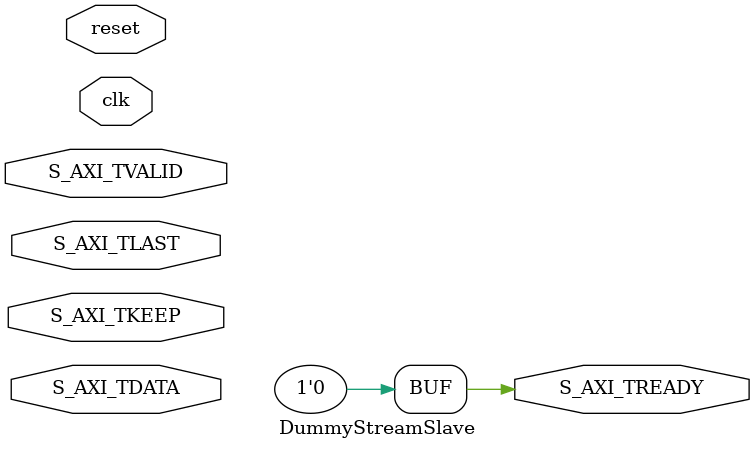
<source format=v>
module DummyStreamSlave #
(
    parameter integer DATA_WIDTH        = 32, 
    parameter integer STORAGE_IDX_WIDTH = 10     //// 4 Kb
)
(
    // AXIS Slave Interface   store in terface
    input  wire [DATA_WIDTH-1:0]     S_AXI_TDATA,
    input  wire [DATA_WIDTH/8-1:0]   S_AXI_TKEEP,  // <= tkeep added
    input  wire                      S_AXI_TVALID,
    output wire                      S_AXI_TREADY,
    input  wire                      S_AXI_TLAST,

    input   wire clk,
    input   wire reset
);

assign S_AXI_TREADY  = 1'b0; // Dummy implementation, always not ready

endmodule
</source>
